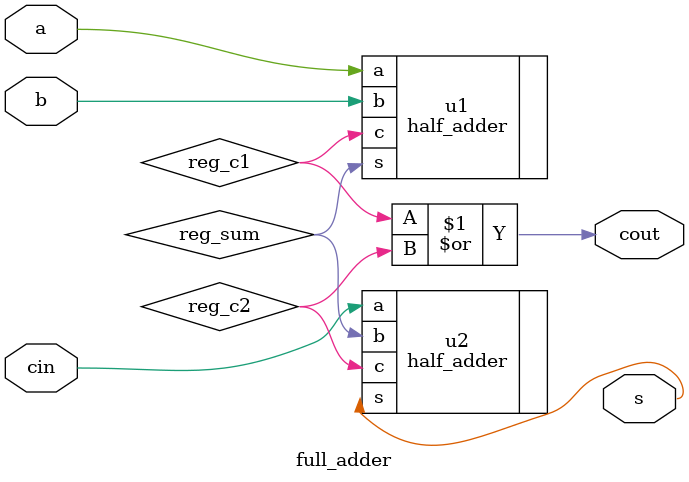
<source format=v>
module full_adder(a, b, cin, s, cout);

input a, b, cin;
output s, cout;

wire s, cout;
wire reg_c1, reg_c2;
wire reg_sum;

half_adder u1 (.a(a), .b(b), .s(reg_sum), .c(reg_c1));
half_adder u2 (.a(cin), .b(reg_sum), .s(s), .c(reg_c2));

assign cout = reg_c1 | reg_c2;

endmodule
</source>
